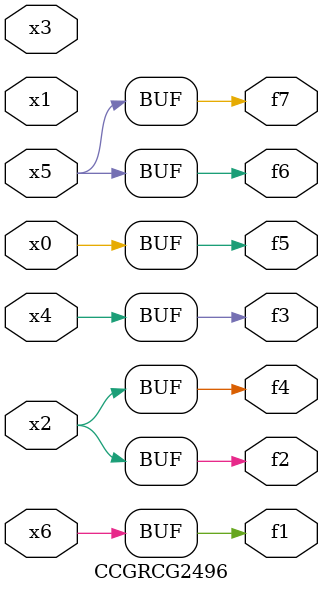
<source format=v>
module CCGRCG2496(
	input x0, x1, x2, x3, x4, x5, x6,
	output f1, f2, f3, f4, f5, f6, f7
);
	assign f1 = x6;
	assign f2 = x2;
	assign f3 = x4;
	assign f4 = x2;
	assign f5 = x0;
	assign f6 = x5;
	assign f7 = x5;
endmodule

</source>
